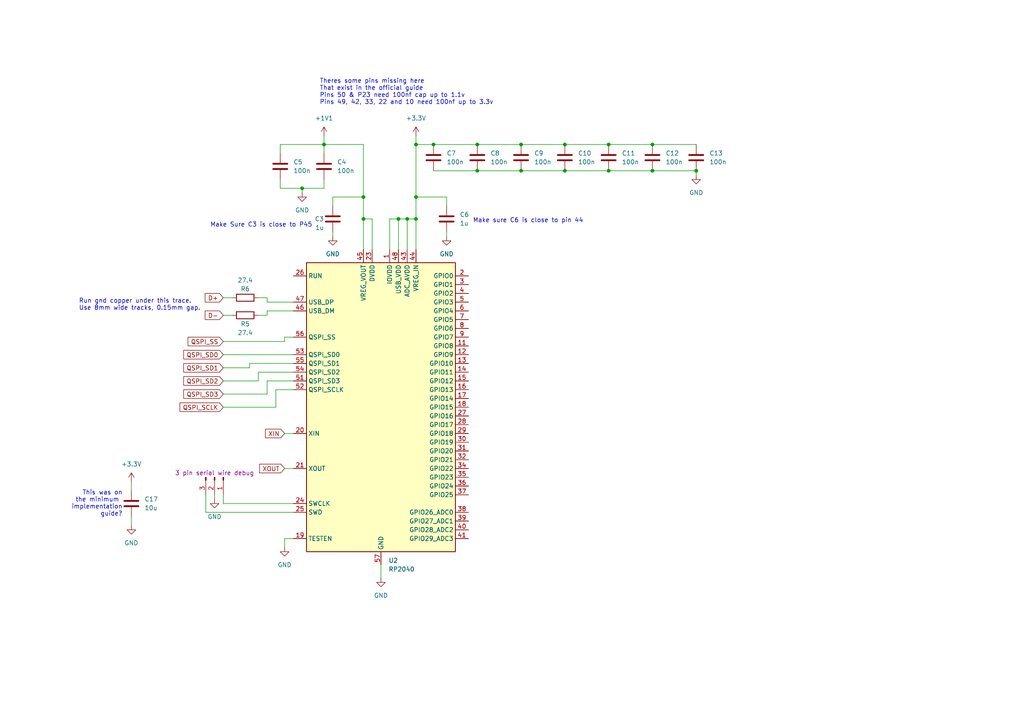
<source format=kicad_sch>
(kicad_sch (version 20230121) (generator eeschema)
  (paper "A4")
  (lib_symbols
    (symbol "Connector:Conn_01x03_Pin" (pin_names (offset 1.016) hide)
      (property "Reference" "J" (at 0 5.08 0))
      (property "Value" "Conn_01x03_Pin" (at 0 -5.08 0))
      (symbol "Conn_01x03_Pin_1_1"
        (polyline (pts (xy 1.27 -2.54) (xy 0.8636 -2.54)) (stroke (width 0.1524)))
        (polyline (pts (xy 1.27 0) (xy 0.8636 0)) (stroke (width 0.1524)))
        (polyline (pts (xy 1.27 2.54) (xy 0.8636 2.54)) (stroke (width 0.1524)))
        (rectangle (start 0.8636 -2.413) (end 0 -2.667) (stroke (width 0.1524)) (fill (type outline)))
        (rectangle (start 0.8636 0.127) (end 0 -0.127) (stroke (width 0.1524)) (fill (type outline)))
        (rectangle (start 0.8636 2.667) (end 0 2.413) (stroke (width 0.1524)) (fill (type outline)))
        (pin passive line (at 5.08 2.54 180) (length 3.81) (name "Pin_1") (number "1"))
        (pin passive line (at 5.08 0 180) (length 3.81) (name "Pin_2") (number "2"))
        (pin passive line (at 5.08 -2.54 180) (length 3.81) (name "Pin_3") (number "3"))
      )
    )
    (symbol "Device:C" (pin_numbers hide) (pin_names (offset 0.254))
      (property "Reference" "C" (at 0.635 2.54 0))
      (property "Value" "C" (at 0.635 -2.54 0))
      (symbol "C_0_1"
        (polyline (pts (xy -2.032 -0.762) (xy 2.032 -0.762)) (stroke (width 0.508)))
        (polyline (pts (xy -2.032 0.762) (xy 2.032 0.762)) (stroke (width 0.508)))
      )
      (symbol "C_1_1"
        (pin passive line (at 0 3.81 270) (length 2.794) (name "~") (number "1"))
        (pin passive line (at 0 -3.81 90) (length 2.794) (name "~") (number "2"))
      )
    )
    (symbol "Device:R" (pin_numbers hide) (pin_names (offset 0))
      (property "Reference" "R" (at 2.032 0 90))
      (property "Value" "R" (at 0 0 90))
      (symbol "R_0_1"
        (rectangle (start -1.016 -2.54) (end 1.016 2.54) (stroke (width 0.254)))
      )
      (symbol "R_1_1"
        (pin passive line (at 0 3.81 270) (length 1.27) (name "~") (number "1"))
        (pin passive line (at 0 -3.81 90) (length 1.27) (name "~") (number "2"))
      )
    )
    (symbol "MCU_RaspberryPi:RP2040"
      (property "Reference" "U" (at 17.78 45.72 0))
      (property "Value" "RP2040" (at 17.78 43.18 0))
      (symbol "RP2040_0_1"
        (rectangle (start -21.59 41.91) (end 21.59 -41.91) (stroke (width 0.254)) (fill (type background)))
      )
      (symbol "RP2040_1_1"
        (pin power_in line (at 2.54 45.72 270) (length 3.81) (name "IOVDD") (number "1"))
        (pin passive line (at 2.54 45.72 270) (length 3.81) hide (name "IOVDD") (number "10"))
        (pin bidirectional line (at 25.4 17.78 180) (length 3.81) (name "GPIO8") (number "11"))
        (pin bidirectional line (at 25.4 15.24 180) (length 3.81) (name "GPIO9") (number "12"))
        (pin bidirectional line (at 25.4 12.7 180) (length 3.81) (name "GPIO10") (number "13"))
        (pin bidirectional line (at 25.4 10.16 180) (length 3.81) (name "GPIO11") (number "14"))
        (pin bidirectional line (at 25.4 7.62 180) (length 3.81) (name "GPIO12") (number "15"))
        (pin bidirectional line (at 25.4 5.08 180) (length 3.81) (name "GPIO13") (number "16"))
        (pin bidirectional line (at 25.4 2.54 180) (length 3.81) (name "GPIO14") (number "17"))
        (pin bidirectional line (at 25.4 0 180) (length 3.81) (name "GPIO15") (number "18"))
        (pin input line (at -25.4 -38.1 0) (length 3.81) (name "TESTEN") (number "19"))
        (pin bidirectional line (at 25.4 38.1 180) (length 3.81) (name "GPIO0") (number "2"))
        (pin input line (at -25.4 -7.62 0) (length 3.81) (name "XIN") (number "20"))
        (pin passive line (at -25.4 -17.78 0) (length 3.81) (name "XOUT") (number "21"))
        (pin passive line (at 2.54 45.72 270) (length 3.81) hide (name "IOVDD") (number "22"))
        (pin power_in line (at -2.54 45.72 270) (length 3.81) (name "DVDD") (number "23"))
        (pin input line (at -25.4 -27.94 0) (length 3.81) (name "SWCLK") (number "24"))
        (pin bidirectional line (at -25.4 -30.48 0) (length 3.81) (name "SWD") (number "25"))
        (pin input line (at -25.4 38.1 0) (length 3.81) (name "RUN") (number "26"))
        (pin bidirectional line (at 25.4 -2.54 180) (length 3.81) (name "GPIO16") (number "27"))
        (pin bidirectional line (at 25.4 -5.08 180) (length 3.81) (name "GPIO17") (number "28"))
        (pin bidirectional line (at 25.4 -7.62 180) (length 3.81) (name "GPIO18") (number "29"))
        (pin bidirectional line (at 25.4 35.56 180) (length 3.81) (name "GPIO1") (number "3"))
        (pin bidirectional line (at 25.4 -10.16 180) (length 3.81) (name "GPIO19") (number "30"))
        (pin bidirectional line (at 25.4 -12.7 180) (length 3.81) (name "GPIO20") (number "31"))
        (pin bidirectional line (at 25.4 -15.24 180) (length 3.81) (name "GPIO21") (number "32"))
        (pin passive line (at 2.54 45.72 270) (length 3.81) hide (name "IOVDD") (number "33"))
        (pin bidirectional line (at 25.4 -17.78 180) (length 3.81) (name "GPIO22") (number "34"))
        (pin bidirectional line (at 25.4 -20.32 180) (length 3.81) (name "GPIO23") (number "35"))
        (pin bidirectional line (at 25.4 -22.86 180) (length 3.81) (name "GPIO24") (number "36"))
        (pin bidirectional line (at 25.4 -25.4 180) (length 3.81) (name "GPIO25") (number "37"))
        (pin bidirectional line (at 25.4 -30.48 180) (length 3.81) (name "GPIO26_ADC0") (number "38"))
        (pin bidirectional line (at 25.4 -33.02 180) (length 3.81) (name "GPIO27_ADC1") (number "39"))
        (pin bidirectional line (at 25.4 33.02 180) (length 3.81) (name "GPIO2") (number "4"))
        (pin bidirectional line (at 25.4 -35.56 180) (length 3.81) (name "GPIO28_ADC2") (number "40"))
        (pin bidirectional line (at 25.4 -38.1 180) (length 3.81) (name "GPIO29_ADC3") (number "41"))
        (pin passive line (at 2.54 45.72 270) (length 3.81) hide (name "IOVDD") (number "42"))
        (pin power_in line (at 7.62 45.72 270) (length 3.81) (name "ADC_AVDD") (number "43"))
        (pin power_in line (at 10.16 45.72 270) (length 3.81) (name "VREG_IN") (number "44"))
        (pin power_out line (at -5.08 45.72 270) (length 3.81) (name "VREG_VOUT") (number "45"))
        (pin bidirectional line (at -25.4 27.94 0) (length 3.81) (name "USB_DM") (number "46"))
        (pin bidirectional line (at -25.4 30.48 0) (length 3.81) (name "USB_DP") (number "47"))
        (pin power_in line (at 5.08 45.72 270) (length 3.81) (name "USB_VDD") (number "48"))
        (pin passive line (at 2.54 45.72 270) (length 3.81) hide (name "IOVDD") (number "49"))
        (pin bidirectional line (at 25.4 30.48 180) (length 3.81) (name "GPIO3") (number "5"))
        (pin passive line (at -2.54 45.72 270) (length 3.81) hide (name "DVDD") (number "50"))
        (pin bidirectional line (at -25.4 7.62 0) (length 3.81) (name "QSPI_SD3") (number "51"))
        (pin output line (at -25.4 5.08 0) (length 3.81) (name "QSPI_SCLK") (number "52"))
        (pin bidirectional line (at -25.4 15.24 0) (length 3.81) (name "QSPI_SD0") (number "53"))
        (pin bidirectional line (at -25.4 10.16 0) (length 3.81) (name "QSPI_SD2") (number "54"))
        (pin bidirectional line (at -25.4 12.7 0) (length 3.81) (name "QSPI_SD1") (number "55"))
        (pin bidirectional line (at -25.4 20.32 0) (length 3.81) (name "QSPI_SS") (number "56"))
        (pin power_in line (at 0 -45.72 90) (length 3.81) (name "GND") (number "57"))
        (pin bidirectional line (at 25.4 27.94 180) (length 3.81) (name "GPIO4") (number "6"))
        (pin bidirectional line (at 25.4 25.4 180) (length 3.81) (name "GPIO5") (number "7"))
        (pin bidirectional line (at 25.4 22.86 180) (length 3.81) (name "GPIO6") (number "8"))
        (pin bidirectional line (at 25.4 20.32 180) (length 3.81) (name "GPIO7") (number "9"))
      )
    )
    (symbol "power:+1V1" (power) (pin_names (offset 0))
      (property "Value" "+1V1" (at 0 3.556 0))
      (symbol "+1V1_0_1"
        (polyline (pts (xy -0.762 1.27) (xy 0 2.54)))
        (polyline (pts (xy 0 0) (xy 0 2.54)))
        (polyline (pts (xy 0 2.54) (xy 0.762 1.27)))
      )
      (symbol "+1V1_1_1"
        (pin power_in line (at 0 0 90) (length 0) hide (name "+1V1") (number "1"))
      )
    )
    (symbol "power:+3.3V" (power) (pin_names (offset 0))
      (property "Value" "+3.3V" (at 0 3.556 0))
      (symbol "+3.3V_0_1"
        (polyline (pts (xy -0.762 1.27) (xy 0 2.54)))
        (polyline (pts (xy 0 0) (xy 0 2.54)))
        (polyline (pts (xy 0 2.54) (xy 0.762 1.27)))
      )
      (symbol "+3.3V_1_1"
        (pin power_in line (at 0 0 90) (length 0) hide (name "+3.3V") (number "1"))
      )
    )
    (symbol "power:GND" (power) (pin_names (offset 0))
      (property "Value" "GND" (at 0 -3.81 0))
      (symbol "GND_0_1"
        (polyline (pts (xy 0 0) (xy 0 -1.27) (xy 1.27 -1.27) (xy 0 -2.54) (xy -1.27 -1.27) (xy 0 -1.27)))
      )
      (symbol "GND_1_1"
        (pin power_in line (at 0 0 270) (length 0) hide (name "GND") (number "1"))
      )
    )
  )
  (junction (at 93.98 41.91))
  (junction (at 125.73 41.91))
  (junction (at 163.83 49.53))
  (junction (at 120.65 57.15))
  (junction (at 189.23 41.91))
  (junction (at 189.23 49.53))
  (junction (at 138.43 41.91))
  (junction (at 151.13 41.91))
  (junction (at 115.57 63.5))
  (junction (at 120.65 41.91))
  (junction (at 118.11 63.5))
  (junction (at 176.53 41.91))
  (junction (at 120.65 63.5))
  (junction (at 138.43 49.53))
  (junction (at 105.41 63.5))
  (junction (at 176.53 49.53))
  (junction (at 151.13 49.53))
  (junction (at 163.83 41.91))
  (junction (at 201.93 49.53))
  (junction (at 105.41 57.15))
  (junction (at 87.63 54.61))
  (wire (pts (xy 151.13 41.91) (xy 163.83 41.91)))
  (wire (pts (xy 64.77 110.49) (xy 74.93 110.49)))
  (wire (pts (xy 64.77 86.36) (xy 67.31 86.36)))
  (wire (pts (xy 93.98 41.91) (xy 93.98 44.45)))
  (wire (pts (xy 77.47 87.63) (xy 85.09 87.63)))
  (wire (pts (xy 120.65 39.37) (xy 120.65 41.91)))
  (wire (pts (xy 74.93 91.44) (xy 77.47 91.44)))
  (wire (pts (xy 38.1 142.24) (xy 38.1 139.7)))
  (wire (pts (xy 85.09 156.21) (xy 82.55 156.21)))
  (wire (pts (xy 64.77 143.51) (xy 64.77 146.05)))
  (wire (pts (xy 82.55 135.89) (xy 85.09 135.89)))
  (wire (pts (xy 120.65 72.39) (xy 120.65 63.5)))
  (wire (pts (xy 120.65 63.5) (xy 120.65 57.15)))
  (wire (pts (xy 189.23 41.91) (xy 201.93 41.91)))
  (wire (pts (xy 118.11 63.5) (xy 115.57 63.5)))
  (wire (pts (xy 118.11 63.5) (xy 118.11 72.39)))
  (wire (pts (xy 82.55 125.73) (xy 85.09 125.73)))
  (wire (pts (xy 87.63 54.61) (xy 93.98 54.61)))
  (wire (pts (xy 129.54 67.31) (xy 129.54 68.58)))
  (wire (pts (xy 77.47 90.17) (xy 85.09 90.17)))
  (wire (pts (xy 64.77 102.87) (xy 85.09 102.87)))
  (wire (pts (xy 125.73 41.91) (xy 138.43 41.91)))
  (wire (pts (xy 81.28 54.61) (xy 81.28 52.07)))
  (wire (pts (xy 189.23 49.53) (xy 201.93 49.53)))
  (wire (pts (xy 113.03 63.5) (xy 113.03 72.39)))
  (wire (pts (xy 120.65 41.91) (xy 125.73 41.91)))
  (wire (pts (xy 176.53 41.91) (xy 163.83 41.91)))
  (wire (pts (xy 74.93 107.95) (xy 85.09 107.95)))
  (wire (pts (xy 85.09 110.49) (xy 77.47 110.49)))
  (wire (pts (xy 96.52 68.58) (xy 96.52 67.31)))
  (wire (pts (xy 105.41 57.15) (xy 96.52 57.15)))
  (wire (pts (xy 110.49 163.83) (xy 110.49 167.64)))
  (wire (pts (xy 163.83 49.53) (xy 176.53 49.53)))
  (wire (pts (xy 77.47 86.36) (xy 77.47 87.63)))
  (wire (pts (xy 77.47 110.49) (xy 77.47 114.3)))
  (wire (pts (xy 105.41 63.5) (xy 105.41 57.15)))
  (wire (pts (xy 115.57 63.5) (xy 115.57 72.39)))
  (wire (pts (xy 189.23 41.91) (xy 176.53 41.91)))
  (wire (pts (xy 64.77 99.06) (xy 82.55 99.06)))
  (wire (pts (xy 82.55 156.21) (xy 82.55 158.75)))
  (wire (pts (xy 93.98 52.07) (xy 93.98 54.61)))
  (wire (pts (xy 77.47 91.44) (xy 77.47 90.17)))
  (wire (pts (xy 64.77 91.44) (xy 67.31 91.44)))
  (wire (pts (xy 105.41 72.39) (xy 105.41 63.5)))
  (wire (pts (xy 151.13 49.53) (xy 163.83 49.53)))
  (wire (pts (xy 93.98 41.91) (xy 105.41 41.91)))
  (wire (pts (xy 82.55 97.79) (xy 85.09 97.79)))
  (wire (pts (xy 120.65 57.15) (xy 129.54 57.15)))
  (wire (pts (xy 72.39 105.41) (xy 72.39 106.68)))
  (wire (pts (xy 176.53 49.53) (xy 189.23 49.53)))
  (wire (pts (xy 96.52 57.15) (xy 96.52 59.69)))
  (wire (pts (xy 120.65 41.91) (xy 120.65 57.15)))
  (wire (pts (xy 105.41 63.5) (xy 107.95 63.5)))
  (wire (pts (xy 59.69 148.59) (xy 59.69 143.51)))
  (wire (pts (xy 93.98 39.37) (xy 93.98 41.91)))
  (wire (pts (xy 85.09 105.41) (xy 72.39 105.41)))
  (wire (pts (xy 64.77 114.3) (xy 77.47 114.3)))
  (wire (pts (xy 62.23 143.51) (xy 62.23 144.78)))
  (wire (pts (xy 81.28 54.61) (xy 87.63 54.61)))
  (wire (pts (xy 138.43 41.91) (xy 151.13 41.91)))
  (wire (pts (xy 85.09 148.59) (xy 59.69 148.59)))
  (wire (pts (xy 64.77 118.11) (xy 80.01 118.11)))
  (wire (pts (xy 38.1 152.4) (xy 38.1 149.86)))
  (wire (pts (xy 125.73 49.53) (xy 138.43 49.53)))
  (wire (pts (xy 81.28 41.91) (xy 81.28 44.45)))
  (wire (pts (xy 64.77 106.68) (xy 72.39 106.68)))
  (wire (pts (xy 80.01 113.03) (xy 85.09 113.03)))
  (wire (pts (xy 82.55 99.06) (xy 82.55 97.79)))
  (wire (pts (xy 201.93 50.8) (xy 201.93 49.53)))
  (wire (pts (xy 74.93 86.36) (xy 77.47 86.36)))
  (wire (pts (xy 93.98 41.91) (xy 81.28 41.91)))
  (wire (pts (xy 120.65 63.5) (xy 118.11 63.5)))
  (wire (pts (xy 129.54 57.15) (xy 129.54 59.69)))
  (wire (pts (xy 85.09 146.05) (xy 64.77 146.05)))
  (wire (pts (xy 105.41 57.15) (xy 105.41 41.91)))
  (wire (pts (xy 107.95 63.5) (xy 107.95 72.39)))
  (wire (pts (xy 80.01 118.11) (xy 80.01 113.03)))
  (wire (pts (xy 138.43 49.53) (xy 151.13 49.53)))
  (wire (pts (xy 115.57 63.5) (xy 113.03 63.5)))
  (wire (pts (xy 74.93 110.49) (xy 74.93 107.95)))
  (wire (pts (xy 87.63 55.88) (xy 87.63 54.61)))
  (text "This was on\nthe minimum \nimplementation\nguide?" (at 35.56 149.86 0) (effects (font (size 1.27 1.27)) (justify right bottom)))
  (text "Make sure C6 is close to pin 44\n" (at 137.16 64.77 0) (effects (font (size 1.27 1.27)) (justify left bottom)))
  (text "Theres some pins missing here\nThat exist in the official guide\nPins 50 & P23 need 100nf cap up to 1.1v\nPins 49, 42, 33, 22 and 10 need 100nf up to 3.3v" (at 92.71 30.48 0) (effects (font (size 1.27 1.27)) (justify left bottom)))
  (text "Run gnd copper under this trace. \nUse 8mm wide tracks, 0.15mm gap." (at 22.86 90.17 0) (effects (font (size 1.27 1.27)) (justify left bottom)))
  (text "Make Sure C3 is close to P45\n" (at 60.96 66.04 0) (effects (font (size 1.27 1.27)) (justify left bottom)))
  (global_label "QSPI_SS" (shape input) (at 64.77 99.06 180) (property "Intersheetrefs" "${INTERSHEET_REFS}" (effects hide)))
  (global_label "D+" (shape input) (at 64.77 86.36 180) (property "Intersheetrefs" "${INTERSHEET_REFS}" (effects hide)))
  (global_label "QSPI_SD1" (shape input) (at 64.77 106.68 180) (property "Intersheetrefs" "${INTERSHEET_REFS}" (effects hide)))
  (global_label "XOUT" (shape input) (at 82.55 135.89 180) (property "Intersheetrefs" "${INTERSHEET_REFS}" (effects hide)))
  (global_label "XIN" (shape input) (at 82.55 125.73 180) (property "Intersheetrefs" "${INTERSHEET_REFS}" (effects hide)))
  (global_label "QSPI_SD3" (shape input) (at 64.77 114.3 180) (property "Intersheetrefs" "${INTERSHEET_REFS}" (effects hide)))
  (global_label "QSPI_SD0" (shape input) (at 64.77 102.87 180) (property "Intersheetrefs" "${INTERSHEET_REFS}" (effects hide)))
  (global_label "QSPI_SCLK" (shape input) (at 64.77 118.11 180) (property "Intersheetrefs" "${INTERSHEET_REFS}" (effects hide)))
  (global_label "D-" (shape input) (at 64.77 91.44 180) (property "Intersheetrefs" "${INTERSHEET_REFS}" (effects hide)))
  (global_label "QSPI_SD2" (shape input) (at 64.77 110.49 180) (property "Intersheetrefs" "${INTERSHEET_REFS}" (effects hide)))
  (symbol (lib_id "power:+1V1") (at 93.98 39.37 0) (unit 1)
    (property "Reference" "#PWR010" (effects hide))
    (property "Value" "+1V1" (at 93.98 34.29 0))
  )
  (symbol (lib_id "power:GND") (at 129.54 68.58 0) (unit 1)
    (property "Reference" "#PWR011" (effects hide))
    (property "Value" "GND" (at 129.54 73.66 0))
  )
  (symbol (lib_id "power:GND") (at 201.93 50.8 0) (unit 1)
    (property "Reference" "#PWR013" (effects hide))
    (property "Value" "GND" (at 201.93 55.88 0))
  )
  (symbol (lib_id "power:GND") (at 110.49 167.64 0) (unit 1)
    (property "Reference" "#PWR021" (effects hide))
    (property "Value" "GND" (at 110.49 172.72 0))
  )
  (symbol (lib_id "Device:C") (at 201.93 45.72 0) (unit 1)
    (property "Reference" "C13" (at 205.74 44.45 0) (effects (justify left)))
    (property "Value" "100n" (at 205.74 46.99 0) (effects (justify left)))
    (property "Footprint" "Capacitor_SMD:C_0201_0603Metric" (effects hide))
    (property "DigiKey" "1276-1013-1-ND" (effects hide))
  )
  (symbol (lib_id "power:GND") (at 38.1 152.4 0) (unit 1)
    (property "Reference" "#PWR025" (effects hide))
    (property "Value" "GND" (at 38.1 157.48 0))
  )
  (symbol (lib_id "Connector:Conn_01x03_Pin") (at 62.23 138.43 270) (unit 1)
    (property "Reference" "J2" (effects hide))
    (property "Value" "Conn_01x03_Pin" (effects hide))
    (property "Footprint" "Connector_PinHeader_2.00mm:PinHeader_1x03_P2.00mm_Vertical" (effects hide))
    (property "Name" "3 pin serial wire debug" (at 62.23 137.16 90))
  )
  (symbol (lib_id "Device:C") (at 125.73 45.72 0) (unit 1)
    (property "Reference" "C7" (at 129.54 44.45 0) (effects (justify left)))
    (property "Value" "100n" (at 129.54 46.99 0) (effects (justify left)))
    (property "Footprint" "Capacitor_SMD:C_0201_0603Metric" (effects hide))
    (property "DigiKey" "1276-1013-1-ND" (effects hide))
  )
  (symbol (lib_id "Device:C") (at 81.28 48.26 0) (unit 1)
    (property "Reference" "C5" (at 85.09 46.99 0) (effects (justify left)))
    (property "Value" "100n" (at 85.09 49.53 0) (effects (justify left)))
    (property "Footprint" "Capacitor_SMD:C_0201_0603Metric" (effects hide))
    (property "DigiKey" "1276-1013-1-ND" (effects hide))
  )
  (symbol (lib_id "Device:C") (at 38.1 146.05 0) (unit 1)
    (property "Reference" "C17" (at 41.91 144.78 0) (effects (justify left)))
    (property "Value" "10u" (at 41.91 147.32 0) (effects (justify left)))
    (property "Footprint" "Capacitor_SMD:C_0805_2012Metric" (effects hide))
    (property "Datasheet" "https://mm.digikey.com/Volume0/opasdata/d220001/medias/docus/609/CL21A106KOQNNNE_Spec.pdf" (effects hide))
    (property "DigiKey" "1276-1096-1-ND" (effects hide))
  )
  (symbol (lib_id "Device:C") (at 189.23 45.72 0) (unit 1)
    (property "Reference" "C12" (at 193.04 44.45 0) (effects (justify left)))
    (property "Value" "100n" (at 193.04 46.99 0) (effects (justify left)))
    (property "Footprint" "Capacitor_SMD:C_0201_0603Metric" (effects hide))
    (property "DigiKey" "1276-1013-1-ND" (effects hide))
  )
  (symbol (lib_id "power:GND") (at 96.52 68.58 0) (unit 1)
    (property "Reference" "#PWR08" (effects hide))
    (property "Value" "GND" (at 96.52 73.66 0))
  )
  (symbol (lib_id "Device:C") (at 176.53 45.72 0) (unit 1)
    (property "Reference" "C11" (at 180.34 44.45 0) (effects (justify left)))
    (property "Value" "100n" (at 180.34 46.99 0) (effects (justify left)))
    (property "Footprint" "Capacitor_SMD:C_0201_0603Metric" (effects hide))
    (property "DigiKey" "1276-1013-1-ND" (effects hide))
  )
  (symbol (lib_id "Device:C") (at 163.83 45.72 0) (unit 1)
    (property "Reference" "C10" (at 167.64 44.45 0) (effects (justify left)))
    (property "Value" "100n" (at 167.64 46.99 0) (effects (justify left)))
    (property "Footprint" "Capacitor_SMD:C_0201_0603Metric" (effects hide))
    (property "DigiKey" "1276-1013-1-ND" (effects hide))
  )
  (symbol (lib_id "power:+3.3V") (at 38.1 139.7 0) (unit 1)
    (property "Reference" "#PWR024" (effects hide))
    (property "Value" "+3.3V" (at 38.1 134.62 0))
  )
  (symbol (lib_id "power:+3.3V") (at 120.65 39.37 0) (unit 1)
    (property "Reference" "#PWR012" (effects hide))
    (property "Value" "+3.3V" (at 120.65 34.29 0))
  )
  (symbol (lib_id "Device:R") (at 71.12 91.44 90) (unit 1)
    (property "Reference" "R5" (at 71.12 93.98 90))
    (property "Value" "27.4" (at 71.12 96.52 90))
    (property "Footprint" "Resistor_SMD:R_0402_1005Metric" (effects hide))
    (property "DigiKey" "YAG3085CT-ND" (effects hide))
  )
  (symbol (lib_id "Device:R") (at 71.12 86.36 90) (unit 1)
    (property "Reference" "R6" (at 71.12 83.82 90))
    (property "Value" "27.4" (at 71.12 81.28 90))
    (property "Footprint" "Resistor_SMD:R_0402_1005Metric" (effects hide))
    (property "DigiKey" "YAG3085CT-ND" (effects hide))
  )
  (symbol (lib_id "power:GND") (at 87.63 55.88 0) (unit 1)
    (property "Reference" "#PWR09" (effects hide))
    (property "Value" "GND" (at 87.63 60.96 0))
  )
  (symbol (lib_id "Device:C") (at 93.98 48.26 0) (unit 1)
    (property "Reference" "C4" (at 97.79 46.99 0) (effects (justify left)))
    (property "Value" "100n" (at 97.79 49.53 0) (effects (justify left)))
    (property "Footprint" "Capacitor_SMD:C_0201_0603Metric" (effects hide))
    (property "DigiKey" "1276-1013-1-ND" (effects hide))
  )
  (symbol (lib_id "power:GND") (at 82.55 158.75 0) (unit 1)
    (property "Reference" "#PWR023" (effects hide))
    (property "Value" "GND" (at 82.55 163.83 0))
  )
  (symbol (lib_id "MCU_RaspberryPi:RP2040") (at 110.49 118.11 0) (unit 1)
    (property "Reference" "U2" (at 112.6841 162.56 0) (effects (justify left)))
    (property "Value" "RP2040" (at 112.6841 165.1 0) (effects (justify left)))
    (property "Footprint" "Package_DFN_QFN:QFN-56-1EP_7x7mm_P0.4mm_EP3.2x3.2mm" (effects hide))
    (property "Datasheet" "https://datasheets.raspberrypi.com/rp2040/rp2040-datasheet.pdf" (effects hide))
  )
  (symbol (lib_id "Device:C") (at 96.52 63.5 0) (mirror y) (unit 1)
    (property "Reference" "C3" (at 93.98 63.5 0) (effects (justify left)))
    (property "Value" "1u" (at 93.98 66.04 0) (effects (justify left)))
    (property "Footprint" "Capacitor_SMD:C_0402_1005Metric" (effects hide))
    (property "DigiKey" "490-13339-1-ND" (effects hide))
  )
  (symbol (lib_id "Device:C") (at 151.13 45.72 0) (unit 1)
    (property "Reference" "C9" (at 154.94 44.45 0) (effects (justify left)))
    (property "Value" "100n" (at 154.94 46.99 0) (effects (justify left)))
    (property "Footprint" "Capacitor_SMD:C_0201_0603Metric" (effects hide))
    (property "DigiKey" "1276-1013-1-ND" (effects hide))
  )
  (symbol (lib_id "Device:C") (at 129.54 63.5 0) (unit 1)
    (property "Reference" "C6" (at 133.35 62.23 0) (effects (justify left)))
    (property "Value" "1u" (at 133.35 64.77 0) (effects (justify left)))
    (property "Footprint" "Capacitor_SMD:C_0402_1005Metric" (effects hide))
    (property "DigiKey" "490-13339-1-ND" (effects hide))
  )
  (symbol (lib_id "power:GND") (at 62.23 144.78 0) (unit 1)
    (property "Reference" "#PWR022" (effects hide))
    (property "Value" "GND" (at 62.23 149.86 0))
  )
  (symbol (lib_id "Device:C") (at 138.43 45.72 0) (unit 1)
    (property "Reference" "C8" (at 142.24 44.45 0) (effects (justify left)))
    (property "Value" "100n" (at 142.24 46.99 0) (effects (justify left)))
    (property "Footprint" "Capacitor_SMD:C_0201_0603Metric" (effects hide))
    (property "DigiKey" "1276-1013-1-ND" (effects hide))
  )
)
</source>
